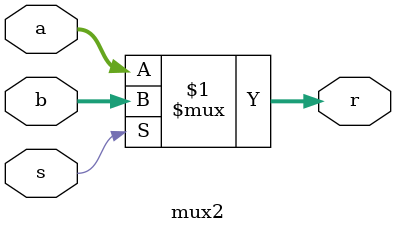
<source format=v>
`timescale 1ns / 1ps


module mux2(
    input [31 : 0] a, // 32 Î»ÊäÈë a
    input [31 : 0] b, // 32 Î»ÊäÈë b
    input s, // 1 Î»ÊäÈë£¬µ± s=0 Ê± r µÄÖµµÈÓÚ a£¬s=1 Ê± r µÄÖµµÈÓÚ b
    output [31 : 0] r // 32 Î»Êä³ö£¬ÏàÓ¦Î»µÄÖµÓÉ a b s µÄÖµÈ·
    );
    assign r = s ? b : a;
endmodule

</source>
